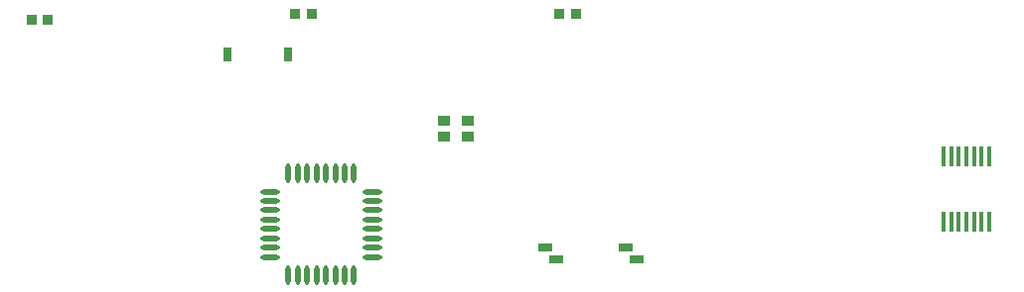
<source format=gbp>
G04 Layer: BottomPasteMaskLayer*
G04 EasyEDA v6.5.22, 2023-01-26 14:10:14*
G04 b877e135513245ca8f96004f63138494,c6a1bf633b9a4ba285e4988a7d74c357,10*
G04 Gerber Generator version 0.2*
G04 Scale: 100 percent, Rotated: No, Reflected: No *
G04 Dimensions in millimeters *
G04 leading zeros omitted , absolute positions ,4 integer and 5 decimal *
%FSLAX45Y45*%
%MOMM*%

%AMMACRO1*21,1,$1,$2,0,0,$3*%
%ADD10R,1.3005X0.6706*%
%ADD11R,0.6706X1.3005*%
%ADD12MACRO1,0.4X1.7X0.0000*%
%ADD13O,1.6500094X0.4500118*%
%ADD14O,0.4500118X1.6500094*%
%ADD15MACRO1,0.8X0.9X0.0000*%
%ADD16MACRO1,1X0.9X0.0000*%

%LPD*%
D10*
G01*
X5511800Y1905000D03*
G01*
X5600700Y1803400D03*
G01*
X6288887Y1798396D03*
G01*
X6199987Y1899996D03*
D11*
G01*
X2799994Y3549992D03*
G01*
X3314700Y3556000D03*
D12*
G01*
X9294977Y2119985D03*
G01*
X9229979Y2119985D03*
G01*
X9164980Y2119985D03*
G01*
X9099981Y2119985D03*
G01*
X9034983Y2119985D03*
G01*
X8969984Y2119985D03*
G01*
X8904986Y2119985D03*
G01*
X8904986Y2680004D03*
G01*
X8969984Y2680004D03*
G01*
X9034983Y2680004D03*
G01*
X9099981Y2680004D03*
G01*
X9164980Y2680004D03*
G01*
X9229979Y2680004D03*
G01*
X9294977Y2680004D03*
D13*
G01*
X3161842Y2380005D03*
G01*
X3161842Y2299995D03*
G01*
X3161842Y2219985D03*
G01*
X3161842Y2140000D03*
G01*
X3161842Y2059990D03*
G01*
X3161842Y1980006D03*
G01*
X3161842Y1899996D03*
G01*
X3161842Y1819986D03*
D14*
G01*
X3319983Y1663115D03*
G01*
X3399993Y1663115D03*
G01*
X3480003Y1663115D03*
G01*
X3559987Y1663115D03*
G01*
X3639997Y1663115D03*
G01*
X3719982Y1663115D03*
G01*
X3799992Y1663115D03*
G01*
X3880002Y1663115D03*
D13*
G01*
X4038142Y1819986D03*
G01*
X4038142Y1899996D03*
G01*
X4038142Y1980006D03*
G01*
X4038142Y2059990D03*
G01*
X4038142Y2140000D03*
G01*
X4038142Y2219985D03*
G01*
X4038142Y2299995D03*
G01*
X4038142Y2380005D03*
D14*
G01*
X3880002Y2536875D03*
G01*
X3799992Y2536875D03*
G01*
X3719982Y2536875D03*
G01*
X3639997Y2536875D03*
G01*
X3559987Y2536875D03*
G01*
X3480003Y2536875D03*
G01*
X3399993Y2536875D03*
G01*
X3319983Y2536875D03*
D15*
G01*
X1129997Y3849992D03*
G01*
X1269997Y3849992D03*
G01*
X3379993Y3899992D03*
G01*
X3519992Y3899992D03*
G01*
X5629988Y3899992D03*
G01*
X5769988Y3899992D03*
D16*
G01*
X4849990Y2849991D03*
G01*
X4649990Y2989996D03*
G01*
X4649990Y2849991D03*
G01*
X4849990Y2989996D03*
M02*

</source>
